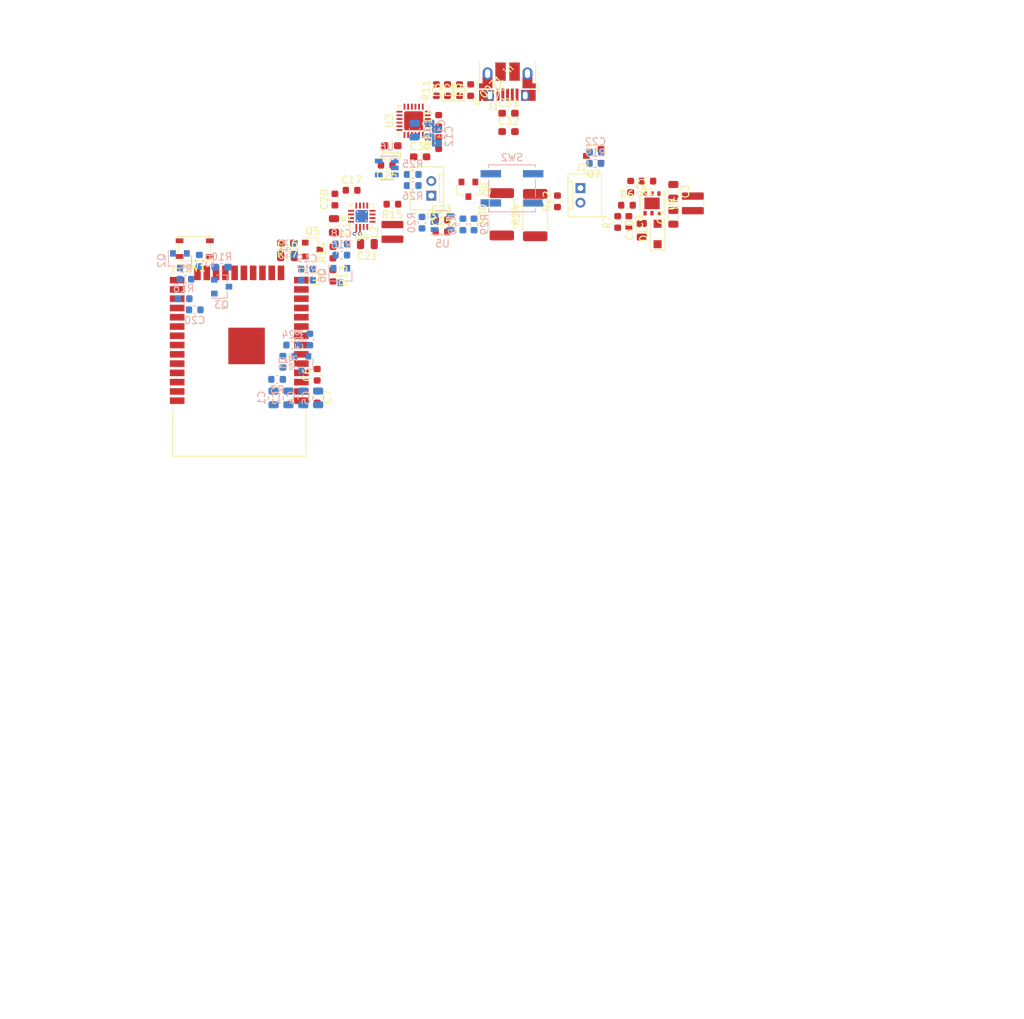
<source format=kicad_pcb>
(kicad_pcb (version 20171130) (host pcbnew 5.1.2)
  (layers (0 F.Cu signal) (31 B.Cu signal) (34 B.Paste user) (35 F.Paste user) (36 B.SilkS user hide) (37 F.SilkS user hide) (38 B.Mask user) (39 F.Mask user) (44 Edge.Cuts user))
  (net 0 "")
  (net 1 GND)
  (net 2 +3V3)
  (net 3 USB_VIN)
  (net 4 ESP_RESET)
  (net 5 +6V)
  (net 6 "Net-(C8-Pad1)")
  (net 7 "Net-(C11-Pad1)")
  (net 8 BATTERY+)
  (net 9 "Net-(C16-Pad1)")
  (net 10 "Net-(C17-Pad1)")
  (net 11 "Net-(C19-Pad1)")
  (net 12 "Net-(C20-Pad1)")
  (net 13 "Net-(C22-Pad1)")
  (net 14 "Net-(C23-Pad1)")
  (net 15 BATTERY_VSENSE)
  (net 16 OFF_SIGNAL)
  (net 17 "Net-(D1-Pad2)")
  (net 18 "Net-(D2-Pad1)")
  (net 19 "Net-(D2-Pad2)")
  (net 20 "Net-(D3-Pad2)")
  (net 21 "Net-(D3-Pad1)")
  (net 22 USB_D-)
  (net 23 USB_D+)
  (net 24 "Net-(J1-Pad4)")
  (net 25 "Net-(J2-Pad1)")
  (net 26 "Net-(J2-Pad2)")
  (net 27 "Net-(Q1-Pad1)")
  (net 28 PROG_RTS)
  (net 29 ESP_BOOT)
  (net 30 PROG_DTR)
  (net 31 "Net-(Q2-Pad1)")
  (net 32 PS_ENABLE)
  (net 33 "Net-(Q8-Pad1)")
  (net 34 "Net-(Q8-Pad3)")
  (net 35 "Net-(R8-Pad2)")
  (net 36 "Net-(R15-Pad2)")
  (net 37 LED_CONTROL)
  (net 38 CHARGE_CONTROL)
  (net 39 "Net-(R23-Pad1)")
  (net 40 "Net-(R25-Pad2)")
  (net 41 "Net-(R28-Pad1)")
  (net 42 "Net-(U2-Pad4)")
  (net 43 "Net-(U2-Pad5)")
  (net 44 "Net-(U2-Pad6)")
  (net 45 "Net-(U2-Pad8)")
  (net 46 "Net-(U2-Pad9)")
  (net 47 "Net-(U2-Pad10)")
  (net 48 "Net-(U2-Pad11)")
  (net 49 "Net-(U2-Pad12)")
  (net 50 "Net-(U2-Pad13)")
  (net 51 "Net-(U2-Pad16)")
  (net 52 "Net-(U2-Pad17)")
  (net 53 "Net-(U2-Pad18)")
  (net 54 "Net-(U2-Pad19)")
  (net 55 "Net-(U2-Pad20)")
  (net 56 "Net-(U2-Pad21)")
  (net 57 "Net-(U2-Pad22)")
  (net 58 "Net-(U2-Pad23)")
  (net 59 "Net-(U2-Pad24)")
  (net 60 "Net-(U2-Pad26)")
  (net 61 "Net-(U2-Pad28)")
  (net 62 "Net-(U2-Pad29)")
  (net 63 "Net-(U2-Pad30)")
  (net 64 "Net-(U2-Pad32)")
  (net 65 "Net-(U2-Pad33)")
  (net 66 PROG_TX)
  (net 67 PROG_RX)
  (net 68 "Net-(U2-Pad36)")
  (net 69 "Net-(U3-Pad1)")
  (net 70 "Net-(U3-Pad10)")
  (net 71 "Net-(U3-Pad11)")
  (net 72 "Net-(U3-Pad12)")
  (net 73 "Net-(U3-Pad15)")
  (net 74 "Net-(U3-Pad16)")
  (net 75 "Net-(U3-Pad17)")
  (net 76 "Net-(U3-Pad18)")
  (net 77 "Net-(U3-Pad22)")
  (net 78 "Net-(U3-Pad24)")
  (net 79 "Net-(L2-Pad1)")
  (net 80 CHARGE_ENABLE)
  (net 81 "Net-(Q3-Pad2)")
  (net 82 "Net-(Q5-Pad1)")
  (net 83 "Net-(Q6-Pad1)")
  (module Capacitor_SMD:C_0805_2012Metric (layer B.Cu) (at 241.796 75.936 270)
    (fp_text reference C1 (at 0 1.65 90) (layer B.SilkS) (effects (justify mirror)))
    (fp_text value 22uF)
    (pad 2 smd roundrect (at 0.9375 0 270) (size 0.975 1.4) (layers B.Cu B.Paste B.Mask) (net 1 GND))
    (pad 1 smd roundrect (at -0.9375 0 270) (size 0.975 1.4) (layers B.Cu B.Paste B.Mask) (net 2 +3V3))
  )
  (module Capacitor_SMD:C_0603_1608Metric (layer B.Cu) (at 251.067 54.854 180)
    (fp_text reference C18 (at 0 1.43 180) (layer B.SilkS) (effects (justify mirror)))
    (fp_text value 100nF)
    (pad 2 smd roundrect (at 0.7875 0 180) (size 0.875 0.95) (layers B.Cu B.Paste B.Mask) (net 1 GND))
    (pad 1 smd roundrect (at -0.7875 0 180) (size 0.875 0.95) (layers B.Cu B.Paste B.Mask) (net 32 PS_ENABLE))
  )
  (module Resistor_SMD:R_0603_1608Metric_Pad1.05x0.95mm_HandSolder (layer F.Cu) (at 243.687 54.727 180)
    (fp_text reference R27 (at 0 -1.43) (layer F.SilkS))
    (fp_text value 100k)
    (pad 2 smd roundrect (at 0.875 0 180) (size 1.05 0.95) (layers F.Cu F.Paste F.Mask) (net 9 "Net-(C16-Pad1)"))
    (pad 1 smd roundrect (at -0.875 0 180) (size 1.05 0.95) (layers F.Cu F.Paste F.Mask) (net 82 "Net-(Q5-Pad1)"))
  )
  (module Resistor_SMD:R_0603_1608Metric_Pad1.05x0.95mm_HandSolder (layer B.Cu) (at 234.684 58.029 180)
    (fp_text reference R10 (at 0 1.43) (layer B.SilkS) (effects (justify mirror)))
    (fp_text value 1k)
    (pad 2 smd roundrect (at 0.875 0 180) (size 1.05 0.95) (layers B.Cu B.Paste B.Mask) (net 81 "Net-(Q3-Pad2)"))
    (pad 1 smd roundrect (at -0.875 0 180) (size 1.05 0.95) (layers B.Cu B.Paste B.Mask) (net 9 "Net-(C16-Pad1)"))
  )
  (module Resistor_SMD:R_2512_6332Metric (layer F.Cu) (at 277.61 50.896 90)
    (fp_text reference R24 (at 0 -2.62 90) (layer F.SilkS))
    (fp_text value 7.5)
    (pad 2 smd roundrect (at 2.9 0 90) (size 1.35 3.35) (layers F.Cu F.Paste F.Mask) (roundrect_rratio 0.185185) (net 34 "Net-(Q8-Pad3)"))
    (pad 1 smd roundrect (at -2.9 0 90) (size 1.35 3.35) (layers F.Cu F.Paste F.Mask) (roundrect_rratio 0.185185) (net 5 +6V))
  )
  (module Resistor_SMD:R_2512_6332Metric (layer F.Cu) (at 273.038 50.79 90)
    (fp_text reference R30 (at 0 -2.62 90) (layer F.SilkS))
    (fp_text value 7.5)
    (pad 2 smd roundrect (at 2.9 0 90) (size 1.35 3.35) (layers F.Cu F.Paste F.Mask) (roundrect_rratio 0.185185) (net 34 "Net-(Q8-Pad3)"))
    (pad 1 smd roundrect (at -2.9 0 90) (size 1.35 3.35) (layers F.Cu F.Paste F.Mask) (roundrect_rratio 0.185185) (net 5 +6V))
  )
  (module Capacitor_SMD:C_0603_1608Metric_Pad1.05x0.95mm_HandSolder (layer F.Cu) (at 273.959 39.457)
    (fp_text reference C32 (at 0 -1.43) (layer F.SilkS))
    (fp_text value 100nF)
    (pad 2 smd roundrect (at 0.875 0) (size 1.05 0.95) (layers F.Cu F.Paste F.Mask) (net 1 GND))
    (pad 1 smd roundrect (at -0.875 0) (size 1.05 0.95) (layers F.Cu F.Paste F.Mask) (net 2 +3V3))
  )
  (module Capacitor_SMD:C_0603_1608Metric_Pad1.05x0.95mm_HandSolder (layer F.Cu) (at 273.959 36.947)
    (fp_text reference C31 (at 0 -1.43) (layer F.SilkS))
    (fp_text value 100nF)
    (pad 2 smd roundrect (at 0.875 0) (size 1.05 0.95) (layers F.Cu F.Paste F.Mask) (net 1 GND))
    (pad 1 smd roundrect (at -0.875 0) (size 1.05 0.95) (layers F.Cu F.Paste F.Mask) (net 2 +3V3))
  )
  (module Capacitor_SMD:C_0603_1608Metric_Pad1.05x0.95mm_HandSolder (layer F.Cu) (at 261.862 42.916)
    (fp_text reference C30 (at 0 -1.43) (layer F.SilkS))
    (fp_text value 100nF)
    (pad 2 smd roundrect (at 0.875 0) (size 1.05 0.95) (layers F.Cu F.Paste F.Mask) (net 1 GND))
    (pad 1 smd roundrect (at -0.875 0) (size 1.05 0.95) (layers F.Cu F.Paste F.Mask) (net 2 +3V3))
  )
  (module Capacitor_SMD:C_0603_1608Metric_Pad1.05x0.95mm_HandSolder (layer F.Cu) (at 257.925 41.392 180)
    (fp_text reference C29 (at 0 -1.43) (layer F.SilkS))
    (fp_text value 100nF)
    (pad 2 smd roundrect (at 0.875 0 180) (size 1.05 0.95) (layers F.Cu F.Paste F.Mask) (net 1 GND))
    (pad 1 smd roundrect (at -0.875 0 180) (size 1.05 0.95) (layers F.Cu F.Paste F.Mask) (net 2 +3V3))
  )
  (module totoro:SWR201 (layer F.Cu) (at 263.386 47.234 180)
    (fp_text reference J3 (at 0.127 -3.81) (layer F.SilkS))
    (fp_text value SWR201-NRTN-S02-SA-WH)
    (pad 2 thru_hole oval (at 0 1 180) (size 1.35 1.35) (drill 0.8) (layers *.Cu *.Mask) (net 8 BATTERY+))
    (pad 1 thru_hole rect (at 0 -1 180) (size 1.35 1.35) (drill 0.8) (layers *.Cu *.Mask) (net 1 GND))
  )
  (module totoro:SWR201 (layer F.Cu) (at 283.8 48.2)
    (fp_text reference J2 (at 0.127 -3.81) (layer F.SilkS))
    (fp_text value SWR201-NRTN-S02-SA-WH)
    (pad 2 thru_hole oval (at 0 1) (size 1.35 1.35) (drill 0.8) (layers *.Cu *.Mask) (net 26 "Net-(J2-Pad2)"))
    (pad 1 thru_hole rect (at 0 -1) (size 1.35 1.35) (drill 0.8) (layers *.Cu *.Mask) (net 25 "Net-(J2-Pad1)"))
  )
  (module Resistor_SMD:R_0603_1608Metric (layer F.Cu) (at 290.681 47.008 270)
    (fp_text reference R21 (at 0 -1.43 90) (layer F.SilkS))
    (fp_text value 10k)
    (pad 2 smd roundrect (at 0.7875 0 270) (size 0.875 0.95) (layers F.Cu F.Paste F.Mask) (net 1 GND))
    (pad 1 smd roundrect (at -0.7875 0 270) (size 0.875 0.95) (layers F.Cu F.Paste F.Mask) (net 80 CHARGE_ENABLE))
  )
  (module Capacitor_SMD:C_0603_1608Metric (layer F.Cu) (at 250.19 48.768 90)
    (fp_text reference C28 (at 0 -1.43 90) (layer F.SilkS))
    (fp_text value 100nF)
    (pad 2 smd roundrect (at 0.7875 0 90) (size 0.875 0.95) (layers F.Cu F.Paste F.Mask) (net 1 GND))
    (pad 1 smd roundrect (at -0.7875 0 90) (size 0.875 0.95) (layers F.Cu F.Paste F.Mask) (net 8 BATTERY+))
  )
  (module totoro:KSC441J (layer B.Cu) (at 274.435 47.234)
    (fp_text reference SW2 (at 0 -4.24) (layer B.SilkS) (effects (justify mirror)))
    (fp_text value "KSC441J DCT 70SH LFS" hide)
    (pad 2 smd rect (at -2.9 2) (size 2.8 1) (layers B.Cu B.Paste B.Mask) (net 8 BATTERY+))
    (pad 1 smd rect (at 2.9 2) (size 2.8 1) (layers B.Cu B.Paste B.Mask) (net 32 PS_ENABLE))
    (pad 4 smd rect (at -2.9 -2) (size 2.8 1) (layers B.Cu B.Paste B.Mask) (net 16 OFF_SIGNAL))
    (pad 3 smd rect (at 2.9 -2) (size 2.8 1) (layers B.Cu B.Paste B.Mask) (net 1 GND))
  )
  (module totoro:VLS3012CX-1 (layer F.Cu) (at 258.064 53.197 270)
    (fp_text reference L2 (at 0 2.5 90) (layer F.SilkS))
    (fp_text value 2.2uH)
    (pad 2 smd roundrect (at 1 0 270) (size 1 3) (layers F.Cu F.Paste F.Mask) (roundrect_rratio 0.15) (net 2 +3V3))
    (pad 1 smd roundrect (at -1 0 270) (size 1 3) (layers F.Cu F.Paste F.Mask) (roundrect_rratio 0.15) (net 79 "Net-(L2-Pad1)"))
  )
  (module totoro:VLS3012CX-1 (layer F.Cu) (at 299.19 49.294 270)
    (fp_text reference L1 (at 0 2.5 90) (layer F.SilkS))
    (fp_text value 2.2uH)
    (pad 2 smd roundrect (at 1 0 270) (size 1 3) (layers F.Cu F.Paste F.Mask) (roundrect_rratio 0.15) (net 17 "Net-(D1-Pad2)"))
    (pad 1 smd roundrect (at -1 0 270) (size 1 3) (layers F.Cu F.Paste F.Mask) (roundrect_rratio 0.15) (net 3 USB_VIN))
  )
  (module Capacitor_SMD:C_0805_2012Metric (layer B.Cu) (at 243.828 75.936 270)
    (fp_text reference C2 (at 0 1.65 270) (layer B.SilkS) (effects (justify mirror)))
    (fp_text value 22uF)
    (pad 1 smd roundrect (at -0.9375 0 270) (size 0.975 1.4) (layers B.Cu B.Paste B.Mask) (net 2 +3V3))
    (pad 2 smd roundrect (at 0.9375 0 270) (size 0.975 1.4) (layers B.Cu B.Paste B.Mask) (net 1 GND))
  )
  (module Capacitor_SMD:C_0805_2012Metric (layer F.Cu) (at 296.523 47.643 270)
    (fp_text reference C3 (at 0 -1.65 90) (layer F.SilkS))
    (fp_text value 10uF)
    (pad 1 smd roundrect (at -0.9375 0 270) (size 0.975 1.4) (layers F.Cu F.Paste F.Mask) (net 3 USB_VIN))
    (pad 2 smd roundrect (at 0.9375 0 270) (size 0.975 1.4) (layers F.Cu F.Paste F.Mask) (net 1 GND))
  )
  (module Capacitor_SMD:C_0805_2012Metric (layer B.Cu) (at 245.86 75.936 270)
    (fp_text reference C4 (at 0 1.65 270) (layer B.SilkS) (effects (justify mirror)))
    (fp_text value 22uF)
    (pad 1 smd roundrect (at -0.9375 0 270) (size 0.975 1.4) (layers B.Cu B.Paste B.Mask) (net 2 +3V3))
    (pad 2 smd roundrect (at 0.9375 0 270) (size 0.975 1.4) (layers B.Cu B.Paste B.Mask) (net 1 GND))
  )
  (module Capacitor_SMD:C_0805_2012Metric (layer B.Cu) (at 247.892 75.936 270)
    (fp_text reference C5 (at 0 1.65 90) (layer B.SilkS) (effects (justify mirror)))
    (fp_text value 10uF)
    (pad 2 smd roundrect (at 0.9375 0 270) (size 0.975 1.4) (layers B.Cu B.Paste B.Mask) (net 1 GND))
    (pad 1 smd roundrect (at -0.9375 0 270) (size 0.975 1.4) (layers B.Cu B.Paste B.Mask) (net 2 +3V3))
  )
  (module Capacitor_SMD:C_0603_1608Metric (layer F.Cu) (at 247.765 72.761 90)
    (fp_text reference C6 (at 0 -1.43 90) (layer F.SilkS))
    (fp_text value 100nF)
    (pad 1 smd roundrect (at -0.7875 0 90) (size 0.875 0.95) (layers F.Cu F.Paste F.Mask) (net 4 ESP_RESET))
    (pad 2 smd roundrect (at 0.7875 0 90) (size 0.875 0.95) (layers F.Cu F.Paste F.Mask) (net 1 GND))
  )
  (module Capacitor_SMD:C_0603_1608Metric (layer F.Cu) (at 247.765 75.809 270)
    (fp_text reference C7 (at 0 -1.43 90) (layer F.SilkS))
    (fp_text value 100nF)
    (pad 1 smd roundrect (at -0.7875 0 270) (size 0.875 0.95) (layers F.Cu F.Paste F.Mask) (net 2 +3V3))
    (pad 2 smd roundrect (at 0.7875 0 270) (size 0.875 0.95) (layers F.Cu F.Paste F.Mask) (net 1 GND))
  )
  (module Capacitor_SMD:C_0603_1608Metric (layer F.Cu) (at 290.427 51.834 270)
    (fp_text reference C8 (at 0 -1.43 90) (layer F.SilkS))
    (fp_text value 1.5nF)
    (pad 2 smd roundrect (at 0.7875 0 270) (size 0.875 0.95) (layers F.Cu F.Paste F.Mask) (net 5 +6V))
    (pad 1 smd roundrect (at -0.7875 0 270) (size 0.875 0.95) (layers F.Cu F.Paste F.Mask) (net 6 "Net-(C8-Pad1)"))
  )
  (module Capacitor_SMD:C_0805_2012Metric (layer F.Cu) (at 296.523 51.199 90)
    (fp_text reference C9 (at 0 -1.65 90) (layer F.SilkS))
    (fp_text value 10uF)
    (pad 1 smd roundrect (at -0.9375 0 90) (size 0.975 1.4) (layers F.Cu F.Paste F.Mask) (net 5 +6V))
    (pad 2 smd roundrect (at 0.9375 0 90) (size 0.975 1.4) (layers F.Cu F.Paste F.Mask) (net 1 GND))
  )
  (module Capacitor_SMD:C_0805_2012Metric (layer F.Cu) (at 292.205 52.977 90)
    (fp_text reference C10 (at 0 -1.65 90) (layer F.SilkS))
    (fp_text value 10uF)
    (pad 2 smd roundrect (at 0.9375 0 90) (size 0.975 1.4) (layers F.Cu F.Paste F.Mask) (net 1 GND))
    (pad 1 smd roundrect (at -0.9375 0 90) (size 0.975 1.4) (layers F.Cu F.Paste F.Mask) (net 5 +6V))
  )
  (module Capacitor_SMD:C_0805_2012Metric (layer B.Cu) (at 263.126 39.253 90)
    (fp_text reference C11 (at 0 1.65 90) (layer B.SilkS) (effects (justify mirror)))
    (fp_text value 10uF)
    (pad 1 smd roundrect (at -0.9375 0 90) (size 0.975 1.4) (layers B.Cu B.Paste B.Mask) (net 7 "Net-(C11-Pad1)"))
    (pad 2 smd roundrect (at 0.9375 0 90) (size 0.975 1.4) (layers B.Cu B.Paste B.Mask) (net 1 GND))
  )
  (module Capacitor_SMD:C_0805_2012Metric (layer B.Cu) (at 264.158 40.11 90)
    (fp_text reference C12 (at 0 1.65 90) (layer B.SilkS) (effects (justify mirror)))
    (fp_text value 10uF)
    (pad 2 smd roundrect (at 0.9375 0 90) (size 0.975 1.4) (layers B.Cu B.Paste B.Mask) (net 1 GND))
    (pad 1 smd roundrect (at -0.9375 0 90) (size 0.975 1.4) (layers B.Cu B.Paste B.Mask) (net 3 USB_VIN))
  )
  (module Capacitor_SMD:C_0603_1608Metric (layer F.Cu) (at 264.396 37.983 90)
    (fp_text reference C13 (at 0 -1.43 90) (layer F.SilkS))
    (fp_text value 100nF)
    (pad 2 smd roundrect (at 0.7875 0 90) (size 0.875 0.95) (layers F.Cu F.Paste F.Mask) (net 1 GND))
    (pad 1 smd roundrect (at -0.7875 0 90) (size 0.875 0.95) (layers F.Cu F.Paste F.Mask) (net 3 USB_VIN))
  )
  (module Capacitor_SMD:C_0805_2012Metric (layer B.Cu) (at 261.094 39.253 90)
    (fp_text reference C14 (at 0 1.65 90) (layer B.SilkS) (effects (justify mirror)))
    (fp_text value 10uF)
    (pad 1 smd roundrect (at -0.9375 0 90) (size 0.975 1.4) (layers B.Cu B.Paste B.Mask) (net 2 +3V3))
    (pad 2 smd roundrect (at 0.9375 0 90) (size 0.975 1.4) (layers B.Cu B.Paste B.Mask) (net 1 GND))
  )
  (module Capacitor_SMD:C_0805_2012Metric (layer F.Cu) (at 250.063 52.324 270)
    (fp_text reference C15 (at 0 -1.65 90) (layer F.SilkS))
    (fp_text value 10uF)
    (pad 1 smd roundrect (at -0.9375 0 270) (size 0.975 1.4) (layers F.Cu F.Paste F.Mask) (net 8 BATTERY+))
    (pad 2 smd roundrect (at 0.9375 0 270) (size 0.975 1.4) (layers F.Cu F.Paste F.Mask) (net 1 GND))
  )
  (module Capacitor_SMD:C_0805_2012Metric (layer F.Cu) (at 243.701 56.505)
    (fp_text reference C16 (at 0 -1.65) (layer F.SilkS))
    (fp_text value 10uF)
    (pad 2 smd roundrect (at 0.9375 0) (size 0.975 1.4) (layers F.Cu F.Paste F.Mask) (net 1 GND))
    (pad 1 smd roundrect (at -0.9375 0) (size 0.975 1.4) (layers F.Cu F.Paste F.Mask) (net 9 "Net-(C16-Pad1)"))
  )
  (module Capacitor_SMD:C_0603_1608Metric (layer F.Cu) (at 252.476 47.498)
    (fp_text reference C17 (at 0 -1.43) (layer F.SilkS))
    (fp_text value 390pF)
    (pad 2 smd roundrect (at 0.7875 0) (size 0.875 0.95) (layers F.Cu F.Paste F.Mask) (net 1 GND))
    (pad 1 smd roundrect (at -0.7875 0) (size 0.875 0.95) (layers F.Cu F.Paste F.Mask) (net 10 "Net-(C17-Pad1)"))
  )
  (module Capacitor_SMD:C_0603_1608Metric (layer B.Cu) (at 246.368 58.283 180)
    (fp_text reference C19 (at 0 1.43) (layer B.SilkS) (effects (justify mirror)))
    (fp_text value 1uF)
    (pad 2 smd roundrect (at 0.7875 0 180) (size 0.875 0.95) (layers B.Cu B.Paste B.Mask) (net 1 GND))
    (pad 1 smd roundrect (at -0.7875 0 180) (size 0.875 0.95) (layers B.Cu B.Paste B.Mask) (net 11 "Net-(C19-Pad1)"))
  )
  (module Capacitor_SMD:C_0603_1608Metric (layer B.Cu) (at 231.001 63.871)
    (fp_text reference C20 (at 0 1.43) (layer B.SilkS) (effects (justify mirror)))
    (fp_text value 1uF)
    (pad 2 smd roundrect (at 0.7875 0) (size 0.875 0.95) (layers B.Cu B.Paste B.Mask) (net 1 GND))
    (pad 1 smd roundrect (at -0.7875 0) (size 0.875 0.95) (layers B.Cu B.Paste B.Mask) (net 12 "Net-(C20-Pad1)"))
  )
  (module Capacitor_SMD:C_0805_2012Metric (layer F.Cu) (at 254.635 54.864 180)
    (fp_text reference C21 (at 0 -1.65) (layer F.SilkS))
    (fp_text value 22uF)
    (pad 2 smd roundrect (at 0.9375 0 180) (size 0.975 1.4) (layers F.Cu F.Paste F.Mask) (net 1 GND))
    (pad 1 smd roundrect (at -0.9375 0 180) (size 0.975 1.4) (layers F.Cu F.Paste F.Mask) (net 2 +3V3))
  )
  (module Capacitor_SMD:C_0603_1608Metric (layer B.Cu) (at 285.865 42.281 180)
    (fp_text reference C22 (at 0 1.43 180) (layer B.SilkS) (effects (justify mirror)))
    (fp_text value 100nF)
    (pad 1 smd roundrect (at -0.7875 0 180) (size 0.875 0.95) (layers B.Cu B.Paste B.Mask) (net 13 "Net-(C22-Pad1)"))
    (pad 2 smd roundrect (at 0.7875 0 180) (size 0.875 0.95) (layers B.Cu B.Paste B.Mask) (net 1 GND))
  )
  (module Capacitor_SMD:C_0603_1608Metric (layer F.Cu) (at 264.783 51.552)
    (fp_text reference C23 (at 0 -1.43) (layer F.SilkS))
    (fp_text value 100nF)
    (pad 1 smd roundrect (at -0.7875 0) (size 0.875 0.95) (layers F.Cu F.Paste F.Mask) (net 14 "Net-(C23-Pad1)"))
    (pad 2 smd roundrect (at 0.7875 0) (size 0.875 0.95) (layers F.Cu F.Paste F.Mask) (net 1 GND))
  )
  (module Capacitor_SMD:C_0603_1608Metric (layer B.Cu) (at 244.336 68.697 180)
    (fp_text reference C24 (at 0 1.43) (layer B.SilkS) (effects (justify mirror)))
    (fp_text value 100nF)
    (pad 1 smd roundrect (at -0.7875 0 180) (size 0.875 0.95) (layers B.Cu B.Paste B.Mask) (net 15 BATTERY_VSENSE))
    (pad 2 smd roundrect (at 0.7875 0 180) (size 0.875 0.95) (layers B.Cu B.Paste B.Mask) (net 1 GND))
  )
  (module Capacitor_SMD:C_0603_1608Metric (layer F.Cu) (at 264.783 53.203)
    (fp_text reference C25 (at 0 -1.43) (layer F.SilkS))
    (fp_text value 100nF)
    (pad 2 smd roundrect (at 0.7875 0) (size 0.875 0.95) (layers F.Cu F.Paste F.Mask) (net 1 GND))
    (pad 1 smd roundrect (at -0.7875 0) (size 0.875 0.95) (layers F.Cu F.Paste F.Mask) (net 5 +6V))
  )
  (module Capacitor_SMD:C_0603_1608Metric (layer F.Cu) (at 257.29 44.059 180)
    (fp_text reference C26 (at 0 -1.43) (layer F.SilkS))
    (fp_text value 100nF)
    (pad 1 smd roundrect (at -0.7875 0 180) (size 0.875 0.95) (layers F.Cu F.Paste F.Mask) (net 2 +3V3))
    (pad 2 smd roundrect (at 0.7875 0 180) (size 0.875 0.95) (layers F.Cu F.Paste F.Mask) (net 1 GND))
  )
  (module Diode_SMD:D_SOD-123F (layer F.Cu) (at 294.364 53.485 90)
    (fp_text reference D1 (at -0.127 -1.905 90) (layer F.SilkS))
    (fp_text value SS24FL)
    (pad 1 smd rect (at -1.4 0 90) (size 1.1 1.1) (layers F.Cu F.Paste F.Mask) (net 5 +6V))
    (pad 2 smd rect (at 1.4 0 90) (size 1.1 1.1) (layers F.Cu F.Paste F.Mask) (net 17 "Net-(D1-Pad2)"))
  )
  (module LED_SMD:LED_0603_1608Metric (layer F.Cu) (at 267.253 33.776 90)
    (fp_text reference D2 (at 0 -1.43 90) (layer F.SilkS))
    (fp_text value GREEN)
    (pad 1 smd roundrect (at -0.7875 0 90) (size 0.875 0.95) (layers F.Cu F.Paste F.Mask) (net 18 "Net-(D2-Pad1)"))
    (pad 2 smd roundrect (at 0.7875 0 90) (size 0.875 0.95) (layers F.Cu F.Paste F.Mask) (net 19 "Net-(D2-Pad2)"))
  )
  (module LED_SMD:LED_0603_1608Metric (layer F.Cu) (at 265.602 33.776 90)
    (fp_text reference D3 (at 0 -1.43 90) (layer F.SilkS))
    (fp_text value RED)
    (pad 2 smd roundrect (at 0.7875 0 90) (size 0.875 0.95) (layers F.Cu F.Paste F.Mask) (net 20 "Net-(D3-Pad2)"))
    (pad 1 smd roundrect (at -0.7875 0 90) (size 0.875 0.95) (layers F.Cu F.Paste F.Mask) (net 21 "Net-(D3-Pad1)"))
  )
  (module Connector_USB:USB_Micro-B_Amphenol_10103594-0001LF_Horizontal (layer F.Cu) (at 273.8 32.629 180)
    (fp_text reference J1 (at 1.925 -3.365) (layer F.SilkS))
    (fp_text value USB_B_Micro)
    (pad 6 smd rect (at 2.725 0.185 180) (size 1.35 2) (layers F.Cu F.Paste F.Mask) (net 1 GND))
    (pad 6 smd rect (at -2.755 0.185 180) (size 1.35 2) (layers F.Cu F.Paste F.Mask) (net 1 GND))
    (pad 6 smd rect (at -2.975 -0.565 180) (size 1.825 0.7) (layers F.Cu F.Paste F.Mask) (net 1 GND))
    (pad 6 smd rect (at 2.975 -0.565 180) (size 1.825 0.7) (layers F.Cu F.Paste F.Mask) (net 1 GND))
    (pad 6 smd rect (at -2.875 -1.865 180) (size 2 1.5) (layers F.Cu F.Paste F.Mask) (net 1 GND))
    (pad 6 smd rect (at 2.875 -1.885 180) (size 2 1.5) (layers F.Cu F.Paste F.Mask) (net 1 GND))
    (pad 1 smd rect (at -1.325 -1.765 270) (size 1.65 0.4) (layers F.Cu F.Paste F.Mask) (net 3 USB_VIN))
    (pad 2 smd rect (at -0.675 -1.765 270) (size 1.65 0.4) (layers F.Cu F.Paste F.Mask) (net 22 USB_D-))
    (pad 3 smd rect (at -0.025 -1.765 270) (size 1.65 0.4) (layers F.Cu F.Paste F.Mask) (net 23 USB_D+))
    (pad 4 smd rect (at 0.625 -1.765 270) (size 1.65 0.4) (layers F.Cu F.Paste F.Mask) (net 24 "Net-(J1-Pad4)"))
    (pad 5 smd rect (at 1.275 -1.765 270) (size 1.65 0.4) (layers F.Cu F.Paste F.Mask) (net 1 GND))
    (pad 6 thru_hole oval (at -2.445 -1.885 270) (size 1.5 1.1) (drill oval 1.05 0.65) (layers *.Cu *.Mask) (net 1 GND))
    (pad 6 thru_hole oval (at 2.395 -1.885 270) (size 1.5 1.1) (drill oval 1.05 0.65) (layers *.Cu *.Mask) (net 1 GND))
    (pad 6 thru_hole oval (at -2.755 1.115 270) (size 1.7 1.35) (drill oval 1.2 0.7) (layers *.Cu *.Mask) (net 1 GND))
    (pad 6 thru_hole oval (at 2.705 1.115 270) (size 1.7 1.35) (drill oval 1.2 0.7) (layers *.Cu *.Mask) (net 1 GND))
    (pad 6 smd rect (at -0.985 1.385 270) (size 2.5 1.43) (layers F.Cu F.Paste F.Mask) (net 1 GND))
    (pad 6 smd rect (at 0.935 1.385 270) (size 2.5 1.43) (layers F.Cu F.Paste F.Mask) (net 1 GND))
  )
  (module Package_TO_SOT_SMD:SOT-23 (layer B.Cu) (at 245.606 71.237 270)
    (fp_text reference Q1 (at 0 2.5 90) (layer B.SilkS) (effects (justify mirror)))
    (fp_text value MMBT3904)
    (pad 1 smd rect (at -1 0.95 270) (size 0.9 0.8) (layers B.Cu B.Paste B.Mask) (net 27 "Net-(Q1-Pad1)"))
    (pad 2 smd rect (at -1 -0.95 270) (size 0.9 0.8) (layers B.Cu B.Paste B.Mask) (net 28 PROG_RTS))
    (pad 3 smd rect (at 1 0 270) (size 0.9 0.8) (layers B.Cu B.Paste B.Mask) (net 4 ESP_RESET))
  )
  (module Package_TO_SOT_SMD:SOT-23 (layer B.Cu) (at 228.969 57.14 270)
    (fp_text reference Q2 (at 0 2.5 90) (layer B.SilkS) (effects (justify mirror)))
    (fp_text value MMBT3904)
    (pad 3 smd rect (at 1 0 270) (size 0.9 0.8) (layers B.Cu B.Paste B.Mask) (net 29 ESP_BOOT))
    (pad 2 smd rect (at -1 -0.95 270) (size 0.9 0.8) (layers B.Cu B.Paste B.Mask) (net 30 PROG_DTR))
    (pad 1 smd rect (at -1 0.95 270) (size 0.9 0.8) (layers B.Cu B.Paste B.Mask) (net 31 "Net-(Q2-Pad1)"))
  )
  (module Package_TO_SOT_SMD:SOT-23 (layer B.Cu) (at 234.684 60.696)
    (fp_text reference Q3 (at 0 2.5) (layer B.SilkS) (effects (justify mirror)))
    (fp_text value MMBT3904)
    (pad 1 smd rect (at -1 0.95) (size 0.9 0.8) (layers B.Cu B.Paste B.Mask) (net 16 OFF_SIGNAL))
    (pad 2 smd rect (at -1 -0.95) (size 0.9 0.8) (layers B.Cu B.Paste B.Mask) (net 81 "Net-(Q3-Pad2)"))
    (pad 3 smd rect (at 1 0) (size 0.9 0.8) (layers B.Cu B.Paste B.Mask) (net 16 OFF_SIGNAL))
  )
  (module Package_TO_SOT_SMD:SOT-23 (layer F.Cu) (at 247.13 55.616)
    (fp_text reference Q5 (at 0 -2.5) (layer F.SilkS))
    (fp_text value 2N7002)
    (pad 1 smd rect (at -1 -0.95) (size 0.9 0.8) (layers F.Cu F.Paste F.Mask) (net 82 "Net-(Q5-Pad1)"))
    (pad 2 smd rect (at -1 0.95) (size 0.9 0.8) (layers F.Cu F.Paste F.Mask) (net 1 GND))
    (pad 3 smd rect (at 1 0) (size 0.9 0.8) (layers F.Cu F.Paste F.Mask) (net 32 PS_ENABLE))
  )
  (module Package_TO_SOT_SMD:SOT-23 (layer B.Cu) (at 250.94 59.172 270)
    (fp_text reference Q6 (at 0 2.5 90) (layer B.SilkS) (effects (justify mirror)))
    (fp_text value MMBT3904)
    (pad 3 smd rect (at 1 0 270) (size 0.9 0.8) (layers B.Cu B.Paste B.Mask) (net 2 +3V3))
    (pad 2 smd rect (at -1 -0.95 270) (size 0.9 0.8) (layers B.Cu B.Paste B.Mask) (net 32 PS_ENABLE))
    (pad 1 smd rect (at -1 0.95 270) (size 0.9 0.8) (layers B.Cu B.Paste B.Mask) (net 83 "Net-(Q6-Pad1)"))
  )
  (module Package_TO_SOT_SMD:SOT-23 (layer F.Cu) (at 285.611 42.789 180)
    (fp_text reference Q7 (at 0 -2.5) (layer F.SilkS))
    (fp_text value BC817)
    (pad 3 smd rect (at 1 0 180) (size 0.9 0.8) (layers F.Cu F.Paste F.Mask) (net 25 "Net-(J2-Pad1)"))
    (pad 2 smd rect (at -1 0.95 180) (size 0.9 0.8) (layers F.Cu F.Paste F.Mask) (net 1 GND))
    (pad 1 smd rect (at -1 -0.95 180) (size 0.9 0.8) (layers F.Cu F.Paste F.Mask) (net 13 "Net-(C22-Pad1)"))
  )
  (module Package_TO_SOT_SMD:SOT-23 (layer F.Cu) (at 268.466 47.361 270)
    (fp_text reference Q8 (at 0 -2.5 90) (layer F.SilkS))
    (fp_text value BC817)
    (pad 1 smd rect (at -1 -0.95 270) (size 0.9 0.8) (layers F.Cu F.Paste F.Mask) (net 33 "Net-(Q8-Pad1)"))
    (pad 2 smd rect (at -1 0.95 270) (size 0.9 0.8) (layers F.Cu F.Paste F.Mask) (net 8 BATTERY+))
    (pad 3 smd rect (at 1 0 270) (size 0.9 0.8) (layers F.Cu F.Paste F.Mask) (net 34 "Net-(Q8-Pad3)"))
  )
  (module Resistor_SMD:R_0603_1608Metric (layer F.Cu) (at 292.967 46.246 180)
    (fp_text reference R1 (at 0 -1.43) (layer F.SilkS))
    (fp_text value OPT)
    (pad 1 smd roundrect (at -0.7875 0 180) (size 0.875 0.95) (layers F.Cu F.Paste F.Mask) (net 3 USB_VIN))
    (pad 2 smd roundrect (at 0.7875 0 180) (size 0.875 0.95) (layers F.Cu F.Paste F.Mask) (net 80 CHARGE_ENABLE))
  )
  (module Resistor_SMD:R_0603_1608Metric (layer B.Cu) (at 231.636 57.14 90)
    (fp_text reference R2 (at 0 1.43 90) (layer B.SilkS) (effects (justify mirror)))
    (fp_text value 10k)
    (pad 1 smd roundrect (at -0.7875 0 90) (size 0.875 0.95) (layers B.Cu B.Paste B.Mask) (net 27 "Net-(Q1-Pad1)"))
    (pad 2 smd roundrect (at 0.7875 0 90) (size 0.875 0.95) (layers B.Cu B.Paste B.Mask) (net 30 PROG_DTR))
  )
  (module Resistor_SMD:R_0603_1608Metric (layer B.Cu) (at 242.2785 73.396)
    (fp_text reference R3 (at 0 1.43) (layer B.SilkS) (effects (justify mirror)))
    (fp_text value 10k)
    (pad 1 smd roundrect (at -0.7875 0) (size 0.875 0.95) (layers B.Cu B.Paste B.Mask) (net 2 +3V3))
    (pad 2 smd roundrect (at 0.7875 0) (size 0.875 0.95) (layers B.Cu B.Paste B.Mask) (net 4 ESP_RESET))
  )
  (module Resistor_SMD:R_0603_1608Metric (layer B.Cu) (at 243.066 70.983 90)
    (fp_text reference R4 (at 0 1.43 90) (layer B.SilkS) (effects (justify mirror)))
    (fp_text value 10k)
    (pad 2 smd roundrect (at 0.7875 0 90) (size 0.875 0.95) (layers B.Cu B.Paste B.Mask) (net 28 PROG_RTS))
    (pad 1 smd roundrect (at -0.7875 0 90) (size 0.875 0.95) (layers B.Cu B.Paste B.Mask) (net 31 "Net-(Q2-Pad1)"))
  )
  (module Resistor_SMD:R_0603_1608Metric (layer B.Cu) (at 229.731 59.68 180)
    (fp_text reference R5 (at 0 1.43) (layer B.SilkS) (effects (justify mirror)))
    (fp_text value 10k)
    (pad 2 smd roundrect (at 0.7875 0 180) (size 0.875 0.95) (layers B.Cu B.Paste B.Mask) (net 29 ESP_BOOT))
    (pad 1 smd roundrect (at -0.7875 0 180) (size 0.875 0.95) (layers B.Cu B.Paste B.Mask) (net 2 +3V3))
  )
  (module Resistor_SMD:R_0603_1608Metric (layer F.Cu) (at 290.173 49.548)
    (fp_text reference R6 (at 0 -1.43) (layer F.SilkS))
    (fp_text value 10k)
    (pad 1 smd roundrect (at -0.7875 0) (size 0.875 0.95) (layers F.Cu F.Paste F.Mask) (net 6 "Net-(C8-Pad1)"))
    (pad 2 smd roundrect (at 0.7875 0) (size 0.875 0.95) (layers F.Cu F.Paste F.Mask) (net 1 GND))
  )
  (module Resistor_SMD:R_0603_1608Metric (layer F.Cu) (at 288.903 51.834 90)
    (fp_text reference R7 (at 0 -1.43 90) (layer F.SilkS))
    (fp_text value 37.4k)
    (pad 2 smd roundrect (at 0.7875 0 90) (size 0.875 0.95) (layers F.Cu F.Paste F.Mask) (net 6 "Net-(C8-Pad1)"))
    (pad 1 smd roundrect (at -0.7875 0 90) (size 0.875 0.95) (layers F.Cu F.Paste F.Mask) (net 5 +6V))
  )
  (module Resistor_SMD:R_0603_1608Metric (layer F.Cu) (at 264.396 41.031 90)
    (fp_text reference R8 (at 0 -1.43 90) (layer F.SilkS))
    (fp_text value 1k)
    (pad 2 smd roundrect (at 0.7875 0 90) (size 0.875 0.95) (layers F.Cu F.Paste F.Mask) (net 35 "Net-(R8-Pad2)"))
    (pad 1 smd roundrect (at -0.7875 0 90) (size 0.875 0.95) (layers F.Cu F.Paste F.Mask) (net 7 "Net-(C11-Pad1)"))
  )
  (module Resistor_SMD:R_0603_1608Metric (layer F.Cu) (at 268.777 33.776 90)
    (fp_text reference R9 (at 0 -1.43 90) (layer F.SilkS))
    (fp_text value 1k)
    (pad 1 smd roundrect (at -0.7875 0 90) (size 0.875 0.95) (layers F.Cu F.Paste F.Mask) (net 2 +3V3))
    (pad 2 smd roundrect (at 0.7875 0 90) (size 0.875 0.95) (layers F.Cu F.Paste F.Mask) (net 19 "Net-(D2-Pad2)"))
  )
  (module Resistor_SMD:R_0603_1608Metric (layer F.Cu) (at 264.078 33.776 90)
    (fp_text reference R11 (at 0 -1.43 90) (layer F.SilkS))
    (fp_text value 1k)
    (pad 2 smd roundrect (at 0.7875 0 90) (size 0.875 0.95) (layers F.Cu F.Paste F.Mask) (net 20 "Net-(D3-Pad2)"))
    (pad 1 smd roundrect (at -0.7875 0 90) (size 0.875 0.95) (layers F.Cu F.Paste F.Mask) (net 2 +3V3))
  )
  (module Resistor_SMD:R_0603_1608Metric (layer B.Cu) (at 244.59 55.616 270)
    (fp_text reference R12 (at 0 1.43 270) (layer B.SilkS) (effects (justify mirror)))
    (fp_text value 1M)
    (pad 1 smd roundrect (at -0.7875 0 270) (size 0.875 0.95) (layers B.Cu B.Paste B.Mask) (net 82 "Net-(Q5-Pad1)"))
    (pad 2 smd roundrect (at 0.7875 0 270) (size 0.875 0.95) (layers B.Cu B.Paste B.Mask) (net 1 GND))
  )
  (module Resistor_SMD:R_0603_1608Metric (layer F.Cu) (at 249.924 59.1975 270)
    (fp_text reference R13 (at 0 -1.43 90) (layer F.SilkS))
    (fp_text value 17.3k)
    (pad 2 smd roundrect (at 0.7875 0 270) (size 0.875 0.95) (layers F.Cu F.Paste F.Mask) (net 2 +3V3))
    (pad 1 smd roundrect (at -0.7875 0 270) (size 0.875 0.95) (layers F.Cu F.Paste F.Mask) (net 83 "Net-(Q6-Pad1)"))
  )
  (module Resistor_SMD:R_0603_1608Metric (layer F.Cu) (at 249.924 56.0225 90)
    (fp_text reference R14 (at 0 -1.43 90) (layer F.SilkS))
    (fp_text value 20k)
    (pad 1 smd roundrect (at -0.7875 0 90) (size 0.875 0.95) (layers F.Cu F.Paste F.Mask) (net 83 "Net-(Q6-Pad1)"))
    (pad 2 smd roundrect (at 0.7875 0 90) (size 0.875 0.95) (layers F.Cu F.Paste F.Mask) (net 1 GND))
  )
  (module Resistor_SMD:R_0603_1608Metric (layer F.Cu) (at 258.064 49.403 180)
    (fp_text reference R15 (at 0 -1.43) (layer F.SilkS))
    (fp_text value 100k)
    (pad 1 smd roundrect (at -0.7875 0 180) (size 0.875 0.95) (layers F.Cu F.Paste F.Mask) (net 2 +3V3))
    (pad 2 smd roundrect (at 0.7875 0 180) (size 0.875 0.95) (layers F.Cu F.Paste F.Mask) (net 36 "Net-(R15-Pad2)"))
  )
  (module Resistor_SMD:R_0603_1608Metric (layer B.Cu) (at 251.067 56.378 180)
    (fp_text reference R16 (at 0 1.43) (layer B.SilkS) (effects (justify mirror)))
    (fp_text value 10k)
    (pad 2 smd roundrect (at 0.7875 0 180) (size 0.875 0.95) (layers B.Cu B.Paste B.Mask) (net 1 GND))
    (pad 1 smd roundrect (at -0.7875 0 180) (size 0.875 0.95) (layers B.Cu B.Paste B.Mask) (net 32 PS_ENABLE))
  )
  (module Resistor_SMD:R_0603_1608Metric (layer B.Cu) (at 246.368 59.807 180)
    (fp_text reference R17 (at 0 1.43) (layer B.SilkS) (effects (justify mirror)))
    (fp_text value 10k)
    (pad 2 smd roundrect (at 0.7875 0 180) (size 0.875 0.95) (layers B.Cu B.Paste B.Mask) (net 37 LED_CONTROL))
    (pad 1 smd roundrect (at -0.7875 0 180) (size 0.875 0.95) (layers B.Cu B.Paste B.Mask) (net 11 "Net-(C19-Pad1)"))
  )
  (module Resistor_SMD:R_0603_1608Metric (layer B.Cu) (at 229.477 62.347 180)
    (fp_text reference R18 (at 0 1.43) (layer B.SilkS) (effects (justify mirror)))
    (fp_text value 10k)
    (pad 1 smd roundrect (at -0.7875 0 180) (size 0.875 0.95) (layers B.Cu B.Paste B.Mask) (net 12 "Net-(C20-Pad1)"))
    (pad 2 smd roundrect (at 0.7875 0 180) (size 0.875 0.95) (layers B.Cu B.Paste B.Mask) (net 38 CHARGE_CONTROL))
  )
  (module Resistor_SMD:R_0603_1608Metric (layer B.Cu) (at 285.8395 43.805 180)
    (fp_text reference R19 (at 0 1.43) (layer B.SilkS) (effects (justify mirror)))
    (fp_text value 1k)
    (pad 2 smd roundrect (at 0.7875 0 180) (size 0.875 0.95) (layers B.Cu B.Paste B.Mask) (net 11 "Net-(C19-Pad1)"))
    (pad 1 smd roundrect (at -0.7875 0 180) (size 0.875 0.95) (layers B.Cu B.Paste B.Mask) (net 13 "Net-(C22-Pad1)"))
  )
  (module Resistor_SMD:R_0603_1608Metric (layer B.Cu) (at 262.116 51.933 270)
    (fp_text reference R20 (at 0 1.43 90) (layer B.SilkS) (effects (justify mirror)))
    (fp_text value 1k)
    (pad 2 smd roundrect (at 0.7875 0 270) (size 0.875 0.95) (layers B.Cu B.Paste B.Mask) (net 12 "Net-(C20-Pad1)"))
    (pad 1 smd roundrect (at -0.7875 0 270) (size 0.875 0.95) (layers B.Cu B.Paste B.Mask) (net 14 "Net-(C23-Pad1)"))
  )
  (module Resistor_SMD:R_0603_1608Metric (layer F.Cu) (at 280.658 49.012 90)
    (fp_text reference R22 (at 0 -1.43 90) (layer F.SilkS))
    (fp_text value 20)
    (pad 1 smd roundrect (at -0.7875 0 90) (size 0.875 0.95) (layers F.Cu F.Paste F.Mask) (net 8 BATTERY+))
    (pad 2 smd roundrect (at 0.7875 0 90) (size 0.875 0.95) (layers F.Cu F.Paste F.Mask) (net 26 "Net-(J2-Pad2)"))
  )
  (module Resistor_SMD:R_0603_1608Metric (layer B.Cu) (at 246.749 67.935 270)
    (fp_text reference R23 (at 0 1.43 270) (layer B.SilkS) (effects (justify mirror)))
    (fp_text value 100)
    (pad 1 smd roundrect (at -0.7875 0 270) (size 0.875 0.95) (layers B.Cu B.Paste B.Mask) (net 39 "Net-(R23-Pad1)"))
    (pad 2 smd roundrect (at 0.7875 0 270) (size 0.875 0.95) (layers B.Cu B.Paste B.Mask) (net 15 BATTERY_VSENSE))
  )
  (module Resistor_SMD:R_0603_1608Metric (layer B.Cu) (at 260.846 45.329 180)
    (fp_text reference R25 (at 0 1.43) (layer B.SilkS) (effects (justify mirror)))
    (fp_text value 549k)
    (pad 1 smd roundrect (at -0.7875 0 180) (size 0.875 0.95) (layers B.Cu B.Paste B.Mask) (net 8 BATTERY+))
    (pad 2 smd roundrect (at 0.7875 0 180) (size 0.875 0.95) (layers B.Cu B.Paste B.Mask) (net 40 "Net-(R25-Pad2)"))
  )
  (module Resistor_SMD:R_0603_1608Metric (layer B.Cu) (at 260.846 46.853)
    (fp_text reference R26 (at 0 1.43 180) (layer B.SilkS) (effects (justify mirror)))
    (fp_text value 453k)
    (pad 1 smd roundrect (at -0.7875 0) (size 0.875 0.95) (layers B.Cu B.Paste B.Mask) (net 40 "Net-(R25-Pad2)"))
    (pad 2 smd roundrect (at 0.7875 0) (size 0.875 0.95) (layers B.Cu B.Paste B.Mask) (net 1 GND))
  )
  (module Resistor_SMD:R_0603_1608Metric (layer B.Cu) (at 267.716 52.177 270)
    (fp_text reference R28 (at 0 1.43 270) (layer B.SilkS) (effects (justify mirror)))
    (fp_text value 200k)
    (pad 1 smd roundrect (at -0.7875 0 270) (size 0.875 0.95) (layers B.Cu B.Paste B.Mask) (net 41 "Net-(R28-Pad1)"))
    (pad 2 smd roundrect (at 0.7875 0 270) (size 0.875 0.95) (layers B.Cu B.Paste B.Mask) (net 1 GND))
  )
  (module Resistor_SMD:R_0603_1608Metric (layer B.Cu) (at 269.24 52.177 90)
    (fp_text reference R29 (at 0 1.43 270) (layer B.SilkS) (effects (justify mirror)))
    (fp_text value 163k)
    (pad 2 smd roundrect (at 0.7875 0 90) (size 0.875 0.95) (layers B.Cu B.Paste B.Mask) (net 41 "Net-(R28-Pad1)"))
    (pad 1 smd roundrect (at -0.7875 0 90) (size 0.875 0.95) (layers B.Cu B.Paste B.Mask) (net 33 "Net-(Q8-Pad1)"))
  )
  (module Button_Switch_SMD:SW_SPST_PTS810 (layer F.Cu) (at 231.001 55.489 180)
    (fp_text reference SW1 (at 0 -2.6) (layer F.SilkS))
    (fp_text value "PTS810 SJM 250 SMTR LFS")
    (pad 1 smd rect (at -2.075 -1.075 180) (size 1.05 0.65) (layers F.Cu F.Paste F.Mask) (net 29 ESP_BOOT))
    (pad 1 smd rect (at 2.075 -1.075 180) (size 1.05 0.65) (layers F.Cu F.Paste F.Mask) (net 29 ESP_BOOT))
    (pad 2 smd rect (at -2.075 1.075 180) (size 1.05 0.65) (layers F.Cu F.Paste F.Mask) (net 1 GND))
    (pad 2 smd rect (at 2.075 1.075 180) (size 1.05 0.65) (layers F.Cu F.Paste F.Mask) (net 1 GND))
  )
  (module Package_SON:WSON-6-1EP_3x3mm_P0.95mm (layer F.Cu) (at 293.602 49.294 270)
    (fp_text reference U1 (at 0 -2.575 90) (layer F.SilkS))
    (fp_text value LMR62421XSD)
    (pad 1 smd rect (at -1.34 -0.95 270) (size 0.63 0.45) (layers F.Cu F.Paste F.Mask) (net 1 GND))
    (pad 2 smd rect (at -1.34 0 270) (size 0.63 0.45) (layers F.Cu F.Paste F.Mask) (net 3 USB_VIN))
    (pad 3 smd rect (at -1.34 0.95 270) (size 0.63 0.45) (layers F.Cu F.Paste F.Mask) (net 80 CHARGE_ENABLE))
    (pad 4 smd rect (at 1.34 0.95 270) (size 0.63 0.45) (layers F.Cu F.Paste F.Mask) (net 6 "Net-(C8-Pad1)"))
    (pad 5 smd rect (at 1.34 0 270) (size 0.63 0.45) (layers F.Cu F.Paste F.Mask) (net 1 GND))
    (pad 6 smd rect (at 1.34 -0.95 270) (size 0.63 0.45) (layers F.Cu F.Paste F.Mask) (net 17 "Net-(D1-Pad2)"))
    (pad 7 smd rect (at 0.4 0.525 270) (size 0.8 1.05) (layers F.Cu F.Paste F.Mask) (net 1 GND))
    (pad 7 smd rect (at 0.4 -0.525 270) (size 0.8 1.05) (layers F.Cu F.Paste F.Mask) (net 1 GND))
    (pad 7 smd rect (at -0.4 0.525 270) (size 0.8 1.05) (layers F.Cu F.Paste F.Mask) (net 1 GND))
    (pad 7 smd rect (at -0.4 -0.525 270) (size 0.8 1.05) (layers F.Cu F.Paste F.Mask) (net 1 GND))
  )
  (module RF_Module:ESP32-WROOM-32 (layer F.Cu) (at 237.097 68.062 180)
    (fp_text reference U2 (at -10.61 8.43 90) (layer F.SilkS))
    (fp_text value ESP32-WROOM-32)
    (pad 39 smd rect (at -1 -0.755 180) (size 5 5) (layers F.Cu F.Paste F.Mask))
    (pad 1 smd rect (at -8.5 -8.255 180) (size 2 0.9) (layers F.Cu F.Paste F.Mask) (net 1 GND))
    (pad 2 smd rect (at -8.5 -6.985 180) (size 2 0.9) (layers F.Cu F.Paste F.Mask) (net 2 +3V3))
    (pad 3 smd rect (at -8.5 -5.715 180) (size 2 0.9) (layers F.Cu F.Paste F.Mask) (net 4 ESP_RESET))
    (pad 4 smd rect (at -8.5 -4.445 180) (size 2 0.9) (layers F.Cu F.Paste F.Mask) (net 42 "Net-(U2-Pad4)"))
    (pad 5 smd rect (at -8.5 -3.175 180) (size 2 0.9) (layers F.Cu F.Paste F.Mask) (net 43 "Net-(U2-Pad5)"))
    (pad 6 smd rect (at -8.5 -1.905 180) (size 2 0.9) (layers F.Cu F.Paste F.Mask) (net 44 "Net-(U2-Pad6)"))
    (pad 7 smd rect (at -8.5 -0.635 180) (size 2 0.9) (layers F.Cu F.Paste F.Mask) (net 15 BATTERY_VSENSE))
    (pad 8 smd rect (at -8.5 0.635 180) (size 2 0.9) (layers F.Cu F.Paste F.Mask) (net 45 "Net-(U2-Pad8)"))
    (pad 9 smd rect (at -8.5 1.905 180) (size 2 0.9) (layers F.Cu F.Paste F.Mask) (net 46 "Net-(U2-Pad9)"))
    (pad 10 smd rect (at -8.5 3.175 180) (size 2 0.9) (layers F.Cu F.Paste F.Mask) (net 47 "Net-(U2-Pad10)"))
    (pad 11 smd rect (at -8.5 4.445 180) (size 2 0.9) (layers F.Cu F.Paste F.Mask) (net 48 "Net-(U2-Pad11)"))
    (pad 12 smd rect (at -8.5 5.715 180) (size 2 0.9) (layers F.Cu F.Paste F.Mask) (net 49 "Net-(U2-Pad12)"))
    (pad 13 smd rect (at -8.5 6.985 180) (size 2 0.9) (layers F.Cu F.Paste F.Mask) (net 50 "Net-(U2-Pad13)"))
    (pad 14 smd rect (at -8.5 8.255 180) (size 2 0.9) (layers F.Cu F.Paste F.Mask) (net 37 LED_CONTROL))
    (pad 15 smd rect (at -5.715 9.255 270) (size 2 0.9) (layers F.Cu F.Paste F.Mask) (net 1 GND))
    (pad 16 smd rect (at -4.445 9.255 270) (size 2 0.9) (layers F.Cu F.Paste F.Mask) (net 51 "Net-(U2-Pad16)"))
    (pad 17 smd rect (at -3.175 9.255 270) (size 2 0.9) (layers F.Cu F.Paste F.Mask) (net 52 "Net-(U2-Pad17)"))
    (pad 18 smd rect (at -1.905 9.255 270) (size 2 0.9) (layers F.Cu F.Paste F.Mask) (net 53 "Net-(U2-Pad18)"))
    (pad 19 smd rect (at -0.635 9.255 270) (size 2 0.9) (layers F.Cu F.Paste F.Mask) (net 54 "Net-(U2-Pad19)"))
    (pad 20 smd rect (at 0.635 9.255 270) (size 2 0.9) (layers F.Cu F.Paste F.Mask) (net 55 "Net-(U2-Pad20)"))
    (pad 21 smd rect (at 1.905 9.255 270) (size 2 0.9) (layers F.Cu F.Paste F.Mask) (net 56 "Net-(U2-Pad21)"))
    (pad 22 smd rect (at 3.175 9.255 270) (size 2 0.9) (layers F.Cu F.Paste F.Mask) (net 57 "Net-(U2-Pad22)"))
    (pad 23 smd rect (at 4.445 9.255 270) (size 2 0.9) (layers F.Cu F.Paste F.Mask) (net 58 "Net-(U2-Pad23)"))
    (pad 24 smd rect (at 5.715 9.255 270) (size 2 0.9) (layers F.Cu F.Paste F.Mask) (net 59 "Net-(U2-Pad24)"))
    (pad 25 smd rect (at 8.5 8.255 180) (size 2 0.9) (layers F.Cu F.Paste F.Mask) (net 29 ESP_BOOT))
    (pad 26 smd rect (at 8.5 6.985 180) (size 2 0.9) (layers F.Cu F.Paste F.Mask) (net 60 "Net-(U2-Pad26)"))
    (pad 27 smd rect (at 8.5 5.715 180) (size 2 0.9) (layers F.Cu F.Paste F.Mask) (net 38 CHARGE_CONTROL))
    (pad 28 smd rect (at 8.5 4.445 180) (size 2 0.9) (layers F.Cu F.Paste F.Mask) (net 61 "Net-(U2-Pad28)"))
    (pad 29 smd rect (at 8.5 3.175 180) (size 2 0.9) (layers F.Cu F.Paste F.Mask) (net 62 "Net-(U2-Pad29)"))
    (pad 30 smd rect (at 8.5 1.905 180) (size 2 0.9) (layers F.Cu F.Paste F.Mask) (net 63 "Net-(U2-Pad30)"))
    (pad 31 smd rect (at 8.5 0.635 180) (size 2 0.9) (layers F.Cu F.Paste F.Mask) (net 16 OFF_SIGNAL))
    (pad 32 smd rect (at 8.5 -0.635 180) (size 2 0.9) (layers F.Cu F.Paste F.Mask) (net 64 "Net-(U2-Pad32)"))
    (pad 33 smd rect (at 8.5 -1.905 180) (size 2 0.9) (layers F.Cu F.Paste F.Mask) (net 65 "Net-(U2-Pad33)"))
    (pad 34 smd rect (at 8.5 -3.175 180) (size 2 0.9) (layers F.Cu F.Paste F.Mask) (net 66 PROG_TX))
    (pad 35 smd rect (at 8.5 -4.445 180) (size 2 0.9) (layers F.Cu F.Paste F.Mask) (net 67 PROG_RX))
    (pad 36 smd rect (at 8.5 -5.715 180) (size 2 0.9) (layers F.Cu F.Paste F.Mask) (net 68 "Net-(U2-Pad36)"))
    (pad 37 smd rect (at 8.5 -6.985 180) (size 2 0.9) (layers F.Cu F.Paste F.Mask) (net 80 CHARGE_ENABLE))
    (pad 38 smd rect (at 8.5 -8.255 180) (size 2 0.9) (layers F.Cu F.Paste F.Mask) (net 1 GND))
  )
  (module Package_DFN_QFN:QFN-24-1EP_4x4mm_P0.5mm_EP2.6x2.6mm (layer F.Cu) (at 260.967 37.983 90)
    (fp_text reference U3 (at 0 -3.3 90) (layer F.SilkS))
    (fp_text value CP2102N-A01-GQFN24)
    (pad 25 smd roundrect (at 0 0 90) (size 2.6 2.6) (layers F.Cu F.Mask) (roundrect_rratio 0.096154) (net 1 GND))
    (pad 1 smd roundrect (at -1.9375 -1.25 90) (size 0.825 0.25) (layers F.Cu F.Paste F.Mask) (net 69 "Net-(U3-Pad1)"))
    (pad 2 smd roundrect (at -1.9375 -0.75 90) (size 0.825 0.25) (layers F.Cu F.Paste F.Mask) (net 1 GND))
    (pad 3 smd roundrect (at -1.9375 -0.25 90) (size 0.825 0.25) (layers F.Cu F.Paste F.Mask) (net 23 USB_D+))
    (pad 4 smd roundrect (at -1.9375 0.25 90) (size 0.825 0.25) (layers F.Cu F.Paste F.Mask) (net 22 USB_D-))
    (pad 5 smd roundrect (at -1.9375 0.75 90) (size 0.825 0.25) (layers F.Cu F.Paste F.Mask) (net 2 +3V3))
    (pad 6 smd roundrect (at -1.9375 1.25 90) (size 0.825 0.25) (layers F.Cu F.Paste F.Mask) (net 7 "Net-(C11-Pad1)"))
    (pad 7 smd roundrect (at -1.25 1.9375 90) (size 0.25 0.825) (layers F.Cu F.Paste F.Mask) (net 3 USB_VIN))
    (pad 8 smd roundrect (at -0.75 1.9375 90) (size 0.25 0.825) (layers F.Cu F.Paste F.Mask) (net 3 USB_VIN))
    (pad 9 smd roundrect (at -0.25 1.9375 90) (size 0.25 0.825) (layers F.Cu F.Paste F.Mask) (net 35 "Net-(R8-Pad2)"))
    (pad 10 smd roundrect (at 0.25 1.9375 90) (size 0.25 0.825) (layers F.Cu F.Paste F.Mask) (net 70 "Net-(U3-Pad10)"))
    (pad 11 smd roundrect (at 0.75 1.9375 90) (size 0.25 0.825) (layers F.Cu F.Paste F.Mask) (net 71 "Net-(U3-Pad11)"))
    (pad 12 smd roundrect (at 1.25 1.9375 90) (size 0.25 0.825) (layers F.Cu F.Paste F.Mask) (net 72 "Net-(U3-Pad12)"))
    (pad 13 smd roundrect (at 1.9375 1.25 90) (size 0.825 0.25) (layers F.Cu F.Paste F.Mask) (net 18 "Net-(D2-Pad1)"))
    (pad 14 smd roundrect (at 1.9375 0.75 90) (size 0.825 0.25) (layers F.Cu F.Paste F.Mask) (net 21 "Net-(D3-Pad1)"))
    (pad 15 smd roundrect (at 1.9375 0.25 90) (size 0.825 0.25) (layers F.Cu F.Paste F.Mask) (net 73 "Net-(U3-Pad15)"))
    (pad 16 smd roundrect (at 1.9375 -0.25 90) (size 0.825 0.25) (layers F.Cu F.Paste F.Mask) (net 74 "Net-(U3-Pad16)"))
    (pad 17 smd roundrect (at 1.9375 -0.75 90) (size 0.825 0.25) (layers F.Cu F.Paste F.Mask) (net 75 "Net-(U3-Pad17)"))
    (pad 18 smd roundrect (at 1.9375 -1.25 90) (size 0.825 0.25) (layers F.Cu F.Paste F.Mask) (net 76 "Net-(U3-Pad18)"))
    (pad 19 smd roundrect (at 1.25 -1.9375 90) (size 0.25 0.825) (layers F.Cu F.Paste F.Mask) (net 28 PROG_RTS))
    (pad 20 smd roundrect (at 0.75 -1.9375 90) (size 0.25 0.825) (layers F.Cu F.Paste F.Mask) (net 67 PROG_RX))
    (pad 21 smd roundrect (at 0.25 -1.9375 90) (size 0.25 0.825) (layers F.Cu F.Paste F.Mask) (net 66 PROG_TX))
    (pad 22 smd roundrect (at -0.25 -1.9375 90) (size 0.25 0.825) (layers F.Cu F.Paste F.Mask) (net 77 "Net-(U3-Pad22)"))
    (pad 23 smd roundrect (at -0.75 -1.9375 90) (size 0.25 0.825) (layers F.Cu F.Paste F.Mask) (net 30 PROG_DTR))
    (pad 24 smd roundrect (at -1.25 -1.9375 90) (size 0.25 0.825) (layers F.Cu F.Paste F.Mask) (net 78 "Net-(U3-Pad24)"))
  )
  (module Package_DFN_QFN:VQFN-16-1EP_3x3mm_P0.5mm_EP1.68x1.68mm_ThermalVias (layer F.Cu) (at 253.873 51.054 180)
    (fp_text reference U4 (at 0 -2.82) (layer F.SilkS))
    (fp_text value TPS62152)
    (pad 17 smd roundrect (at 0 0 180) (size 1.68 1.68) (layers F.Cu F.Mask) (roundrect_rratio 0.14881) (net 1 GND))
    (pad 17 thru_hole circle (at -0.59 -0.59 180) (size 0.5 0.5) (drill 0.2) (layers *.Cu) (net 1 GND))
    (pad 17 thru_hole circle (at 0.59 -0.59 180) (size 0.5 0.5) (drill 0.2) (layers *.Cu) (net 1 GND))
    (pad 17 thru_hole circle (at -0.59 0.59 180) (size 0.5 0.5) (drill 0.2) (layers *.Cu) (net 1 GND))
    (pad 17 thru_hole circle (at 0.59 0.59 180) (size 0.5 0.5) (drill 0.2) (layers *.Cu) (net 1 GND))
    (pad 17 smd roundrect (at 0 0 180) (size 1.68 1.68) (layers B.Cu) (roundrect_rratio 0.14881) (net 1 GND))
    (pad 1 smd roundrect (at -1.4625 -0.75 180) (size 0.825 0.25) (layers F.Cu F.Paste F.Mask) (net 79 "Net-(L2-Pad1)"))
    (pad 2 smd roundrect (at -1.4625 -0.25 180) (size 0.825 0.25) (layers F.Cu F.Paste F.Mask) (net 79 "Net-(L2-Pad1)"))
    (pad 3 smd roundrect (at -1.4625 0.25 180) (size 0.825 0.25) (layers F.Cu F.Paste F.Mask) (net 79 "Net-(L2-Pad1)"))
    (pad 4 smd roundrect (at -1.4625 0.75 180) (size 0.825 0.25) (layers F.Cu F.Paste F.Mask) (net 36 "Net-(R15-Pad2)"))
    (pad 5 smd roundrect (at -0.75 1.4625 180) (size 0.25 0.825) (layers F.Cu F.Paste F.Mask) (net 1 GND))
    (pad 6 smd roundrect (at -0.25 1.4625 180) (size 0.25 0.825) (layers F.Cu F.Paste F.Mask) (net 1 GND))
    (pad 7 smd roundrect (at 0.25 1.4625 180) (size 0.25 0.825) (layers F.Cu F.Paste F.Mask) (net 2 +3V3))
    (pad 8 smd roundrect (at 0.75 1.4625 180) (size 0.25 0.825) (layers F.Cu F.Paste F.Mask) (net 1 GND))
    (pad 9 smd roundrect (at 1.4625 0.75 180) (size 0.825 0.25) (layers F.Cu F.Paste F.Mask) (net 10 "Net-(C17-Pad1)"))
    (pad 10 smd roundrect (at 1.4625 0.25 180) (size 0.825 0.25) (layers F.Cu F.Paste F.Mask) (net 8 BATTERY+))
    (pad 11 smd roundrect (at 1.4625 -0.25 180) (size 0.825 0.25) (layers F.Cu F.Paste F.Mask) (net 8 BATTERY+))
    (pad 12 smd roundrect (at 1.4625 -0.75 180) (size 0.825 0.25) (layers F.Cu F.Paste F.Mask) (net 8 BATTERY+))
    (pad 13 smd roundrect (at 0.75 -1.4625 180) (size 0.25 0.825) (layers F.Cu F.Paste F.Mask) (net 32 PS_ENABLE))
    (pad 14 smd roundrect (at 0.25 -1.4625 180) (size 0.25 0.825) (layers F.Cu F.Paste F.Mask) (net 2 +3V3))
    (pad 15 smd roundrect (at -0.25 -1.4625 180) (size 0.25 0.825) (layers F.Cu F.Paste F.Mask) (net 1 GND))
    (pad 16 smd roundrect (at -0.75 -1.4625 180) (size 0.25 0.825) (layers F.Cu F.Paste F.Mask) (net 1 GND))
  )
  (module Package_TO_SOT_SMD:SOT-23-5 (layer B.Cu) (at 264.922 51.923)
    (fp_text reference U5 (at 0 2.9) (layer B.SilkS) (effects (justify mirror)))
    (fp_text value MCP6001R)
    (pad 1 smd rect (at -1.1 0.95) (size 1.06 0.65) (layers B.Cu B.Paste B.Mask) (net 33 "Net-(Q8-Pad1)"))
    (pad 2 smd rect (at -1.1 0) (size 1.06 0.65) (layers B.Cu B.Paste B.Mask) (net 5 +6V))
    (pad 3 smd rect (at -1.1 -0.95) (size 1.06 0.65) (layers B.Cu B.Paste B.Mask) (net 14 "Net-(C23-Pad1)"))
    (pad 4 smd rect (at 1.1 -0.95) (size 1.06 0.65) (layers B.Cu B.Paste B.Mask) (net 41 "Net-(R28-Pad1)"))
    (pad 5 smd rect (at 1.1 0.95) (size 1.06 0.65) (layers B.Cu B.Paste B.Mask) (net 1 GND))
  )
  (module Package_TO_SOT_SMD:SOT-23-5 (layer B.Cu) (at 257.29 44.44 180)
    (fp_text reference U6 (at 0 2.9) (layer B.SilkS) (effects (justify mirror)))
    (fp_text value MCP6001R)
    (pad 5 smd rect (at 1.1 0.95 180) (size 1.06 0.65) (layers B.Cu B.Paste B.Mask) (net 1 GND))
    (pad 4 smd rect (at 1.1 -0.95 180) (size 1.06 0.65) (layers B.Cu B.Paste B.Mask) (net 39 "Net-(R23-Pad1)"))
    (pad 3 smd rect (at -1.1 -0.95 180) (size 1.06 0.65) (layers B.Cu B.Paste B.Mask) (net 40 "Net-(R25-Pad2)"))
    (pad 2 smd rect (at -1.1 0 180) (size 1.06 0.65) (layers B.Cu B.Paste B.Mask) (net 2 +3V3))
    (pad 1 smd rect (at -1.1 0.95 180) (size 1.06 0.65) (layers B.Cu B.Paste B.Mask) (net 39 "Net-(R23-Pad1)"))
  )
  (dimension 0.179605 (width 0.12) (layer F.SilkS) (gr_text "0.180 mm" (at 271.758974 33.000974 45) (layer F.SilkS) (effects (font (size 1 1) (thickness 0.15)))) (feature1 (pts (xy 272.657 34.026) (xy 272.178838 33.547838))) (feature2 (pts (xy 272.784 33.899) (xy 272.305838 33.420838))) (crossbar (pts (xy 272.7205 33.8355) (xy 272.5935 33.9625))) (arrow1a (pts (xy 272.5935 33.9625) (xy 272.975396 32.751279))) (arrow1b (pts (xy 272.5935 33.9625) (xy 273.804721 33.580604))) (arrow2a (pts (xy 272.7205 33.8355) (xy 271.509279 34.217396))) (arrow2b (pts (xy 272.7205 33.8355) (xy 272.338604 35.046721))))
  (gr_line (start 162.2044 124.3584) (end 161.6202 124.333) (layer F.SilkS) (width 0.12))
  (gr_line (start 161.6329 124.206) (end 162.0139 124.2314) (layer F.SilkS) (width 0.12))
  (gr_line (start 161.6456 124.206) (end 161.6329 124.206) (layer F.SilkS) (width 0.12))
  (dimension 0.557933 (width 0.12) (layer F.SilkS) (gr_text "0.558 mm" (at 161.553847 122.579468 11.82148834) (layer F.SilkS) (effects (font (size 1 1) (thickness 0.15)))) (feature1 (pts (xy 161.6837 124.5616) (xy 161.420837 123.305699))) (feature2 (pts (xy 162.2298 124.4473) (xy 161.966937 123.191399))) (crossbar (pts (xy 162.087073 123.765382) (xy 161.540973 123.879682))) (arrow1a (pts (xy 161.540973 123.879682) (xy 162.523448 123.07492))) (arrow1b (pts (xy 161.540973 123.879682) (xy 162.76372 124.222886))) (arrow2a (pts (xy 162.087073 123.765382) (xy 160.864326 123.422178))) (arrow2b (pts (xy 162.087073 123.765382) (xy 161.104598 124.570144))))
  (dimension 0.59744 (width 0.12) (layer F.SilkS) (gr_text "0.597 mm" (at 161.973838 125.439403 2.436648247) (layer F.SilkS) (effects (font (size 1 1) (thickness 0.15)))) (feature1 (pts (xy 162.2171 124.1298) (xy 162.243225 124.743741))) (feature2 (pts (xy 161.6202 124.1552) (xy 161.646325 124.769141))) (crossbar (pts (xy 161.621394 124.183251) (xy 162.218294 124.157851))) (arrow1a (pts (xy 162.218294 124.157851) (xy 161.11774 124.791635))) (arrow1b (pts (xy 162.218294 124.157851) (xy 161.067877 123.619853))) (arrow2a (pts (xy 161.621394 124.183251) (xy 162.771811 124.721249))) (arrow2b (pts (xy 161.621394 124.183251) (xy 162.721948 123.549467))))
  (via (at 253.619 53.467) (size 0.508) (drill 0.254) (layers F.Cu B.Cu) (net 2))
  (segment (start 253.623 52.5165) (end 253.623 53.463) (width 0.2032) (layer F.Cu) (net 2))
  (segment (start 253.623 53.463) (end 253.619 53.467) (width 0.2032) (layer F.Cu) (net 2))
  (segment (start 273.825 34.394) (end 273.825 34.225) (width 0.2032) (layer F.Cu) (net 23))
  (via (at 252.857 53.467) (size 0.508) (drill 0.254) (layers F.Cu B.Cu) (net 32))
  (segment (start 253.123 52.5165) (end 253.123 53.201) (width 0.2032) (layer F.Cu) (net 32))
  (segment (start 253.123 53.201) (end 252.857 53.467) (width 0.2032) (layer F.Cu) (net 32))
)
</source>
